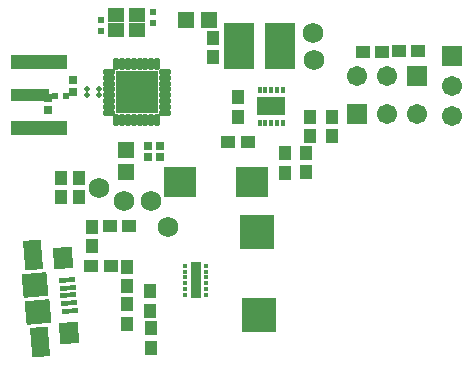
<source format=gts>
G04 Layer_Color=8388736*
%FSLAX25Y25*%
%MOIN*%
G70*
G01*
G75*
%ADD11R,0.02165X0.02165*%
G04:AMPARAMS|DCode=25|XSize=15.75mil|YSize=53.15mil|CornerRadius=0mil|HoleSize=0mil|Usage=FLASHONLY|Rotation=275.000|XOffset=0mil|YOffset=0mil|HoleType=Round|Shape=Rectangle|*
%AMROTATEDRECTD25*
4,1,4,-0.02716,0.00553,0.02579,0.01016,0.02716,-0.00553,-0.02579,-0.01016,-0.02716,0.00553,0.0*
%
%ADD25ROTATEDRECTD25*%

%ADD27R,0.02165X0.02165*%
%ADD28R,0.01181X0.01968*%
%ADD29R,0.09449X0.06299*%
%ADD30R,0.01772X0.01181*%
%ADD31R,0.03740X0.12205*%
%ADD48C,0.01968*%
%ADD55R,0.02768X0.03162*%
%ADD56R,0.18753X0.04737*%
%ADD57R,0.12611X0.04028*%
%ADD58R,0.05524X0.05288*%
%ADD59R,0.04147X0.04599*%
%ADD60R,0.10839X0.10446*%
%ADD61R,0.11824X0.11824*%
%ADD62R,0.05354X0.04567*%
%ADD63R,0.10249X0.15367*%
%ADD64R,0.03162X0.02768*%
%ADD65R,0.04599X0.04147*%
%ADD66R,0.05288X0.05524*%
G04:AMPARAMS|DCode=67|XSize=70.99mil|YSize=63.12mil|CornerRadius=0mil|HoleSize=0mil|Usage=FLASHONLY|Rotation=275.000|XOffset=0mil|YOffset=0mil|HoleType=Round|Shape=Rectangle|*
%AMROTATEDRECTD67*
4,1,4,-0.03453,0.03261,0.02834,0.03811,0.03453,-0.03261,-0.02834,-0.03811,-0.03453,0.03261,0.0*
%
%ADD67ROTATEDRECTD67*%

G04:AMPARAMS|DCode=68|XSize=98.55mil|YSize=59.18mil|CornerRadius=0mil|HoleSize=0mil|Usage=FLASHONLY|Rotation=275.000|XOffset=0mil|YOffset=0mil|HoleType=Round|Shape=Rectangle|*
%AMROTATEDRECTD68*
4,1,4,-0.03377,0.04651,0.02518,0.05167,0.03377,-0.04651,-0.02518,-0.05167,-0.03377,0.04651,0.0*
%
%ADD68ROTATEDRECTD68*%

G04:AMPARAMS|DCode=69|XSize=78.87mil|YSize=82.8mil|CornerRadius=0mil|HoleSize=0mil|Usage=FLASHONLY|Rotation=275.000|XOffset=0mil|YOffset=0mil|HoleType=Round|Shape=Rectangle|*
%AMROTATEDRECTD69*
4,1,4,-0.04468,0.03567,0.03781,0.04289,0.04468,-0.03567,-0.03781,-0.04289,-0.04468,0.03567,0.0*
%
%ADD69ROTATEDRECTD69*%

%ADD70R,0.14383X0.14383*%
%ADD71O,0.01981X0.04343*%
%ADD72O,0.04343X0.01981*%
%ADD73C,0.06800*%
%ADD74C,0.06706*%
%ADD75R,0.06706X0.06706*%
%ADD76R,0.06706X0.06706*%
D11*
X18870Y40300D02*
D03*
X15130D02*
D03*
D25*
X19034Y-21194D02*
D03*
X19257Y-23744D02*
D03*
X19480Y-26293D02*
D03*
X19703Y-28842D02*
D03*
X19926Y-31392D02*
D03*
D27*
X30400Y65470D02*
D03*
Y61730D02*
D03*
X47600Y64430D02*
D03*
Y68170D02*
D03*
D28*
X91100Y31276D02*
D03*
X89131D02*
D03*
X87163D02*
D03*
X85194D02*
D03*
X83226D02*
D03*
Y42300D02*
D03*
X85194D02*
D03*
X87163D02*
D03*
X89131D02*
D03*
X91100D02*
D03*
D29*
X87163Y36788D02*
D03*
D30*
X65500Y-26200D02*
D03*
Y-24231D02*
D03*
Y-22263D02*
D03*
Y-20294D02*
D03*
Y-18326D02*
D03*
Y-16357D02*
D03*
X58413D02*
D03*
Y-18326D02*
D03*
Y-20294D02*
D03*
Y-22263D02*
D03*
Y-24231D02*
D03*
Y-26200D02*
D03*
D31*
X61957Y-21279D02*
D03*
D48*
X25809Y42358D02*
D03*
Y40468D02*
D03*
X29746D02*
D03*
Y42358D02*
D03*
X37915Y45731D02*
D03*
X42246D02*
D03*
X46576D02*
D03*
X37915Y41400D02*
D03*
X42246D02*
D03*
X46576D02*
D03*
X37915Y37069D02*
D03*
X42246D02*
D03*
X46576D02*
D03*
D55*
X21200Y45368D02*
D03*
Y41431D02*
D03*
X12800Y35631D02*
D03*
Y39568D02*
D03*
D56*
X9843Y51400D02*
D03*
Y29550D02*
D03*
D57*
X6772Y40475D02*
D03*
D58*
X38800Y14740D02*
D03*
Y22260D02*
D03*
D59*
X107400Y26852D02*
D03*
Y33348D02*
D03*
X46828Y-24952D02*
D03*
Y-31448D02*
D03*
X91700Y14652D02*
D03*
Y21148D02*
D03*
X100100Y26852D02*
D03*
Y33348D02*
D03*
X98700Y14852D02*
D03*
Y21348D02*
D03*
X39200Y-35648D02*
D03*
Y-29152D02*
D03*
X47000Y-43748D02*
D03*
Y-37252D02*
D03*
X39200Y-23248D02*
D03*
Y-16752D02*
D03*
X27400Y-9948D02*
D03*
Y-3452D02*
D03*
X17000Y6452D02*
D03*
Y12948D02*
D03*
X23200Y6452D02*
D03*
Y12948D02*
D03*
X75900Y33252D02*
D03*
Y39748D02*
D03*
X67700Y53052D02*
D03*
Y59548D02*
D03*
D60*
X56791Y11600D02*
D03*
X80610D02*
D03*
D61*
X82300Y-5000D02*
D03*
X82900Y-32700D02*
D03*
D62*
X42387Y67218D02*
D03*
Y62100D02*
D03*
X35300Y67218D02*
D03*
Y62100D02*
D03*
D63*
X90091Y56800D02*
D03*
X76509D02*
D03*
D64*
X49968Y23600D02*
D03*
X46031D02*
D03*
X49968Y20000D02*
D03*
X46031D02*
D03*
D65*
X117552Y54900D02*
D03*
X124048D02*
D03*
X129552Y55100D02*
D03*
X136048D02*
D03*
X27152Y-16600D02*
D03*
X33648D02*
D03*
X72752Y24900D02*
D03*
X79248D02*
D03*
X33252Y-3200D02*
D03*
X39748D02*
D03*
D66*
X58840Y65600D02*
D03*
X66360D02*
D03*
D67*
X17598Y-13811D02*
D03*
X19794Y-38912D02*
D03*
D68*
X10160Y-41731D02*
D03*
X7621Y-12708D02*
D03*
D69*
X9285Y-31730D02*
D03*
X8496Y-22709D02*
D03*
D70*
X42246Y41400D02*
D03*
D71*
X49135Y32050D02*
D03*
X47167D02*
D03*
X45198D02*
D03*
X43230D02*
D03*
X41261D02*
D03*
X39293D02*
D03*
X37324D02*
D03*
X35356D02*
D03*
Y50750D02*
D03*
X37324D02*
D03*
X39293D02*
D03*
X41261D02*
D03*
X43230D02*
D03*
X45198D02*
D03*
X47167D02*
D03*
X49135D02*
D03*
D72*
X32895Y34510D02*
D03*
Y36479D02*
D03*
Y38447D02*
D03*
Y40416D02*
D03*
Y42384D02*
D03*
Y44353D02*
D03*
Y46321D02*
D03*
Y48290D02*
D03*
X51596D02*
D03*
Y46321D02*
D03*
Y44353D02*
D03*
Y42384D02*
D03*
Y40416D02*
D03*
Y38447D02*
D03*
Y36479D02*
D03*
Y34510D02*
D03*
D73*
X101100Y61200D02*
D03*
X29800Y9400D02*
D03*
X47100Y5200D02*
D03*
X101300Y52100D02*
D03*
X38200Y5200D02*
D03*
X52800Y-3400D02*
D03*
D74*
X135600Y34300D02*
D03*
X125600D02*
D03*
X115600Y46900D02*
D03*
X125600D02*
D03*
X147400Y33600D02*
D03*
Y43600D02*
D03*
D75*
X115600Y34300D02*
D03*
X135600Y46900D02*
D03*
D76*
X147400Y53600D02*
D03*
M02*

</source>
